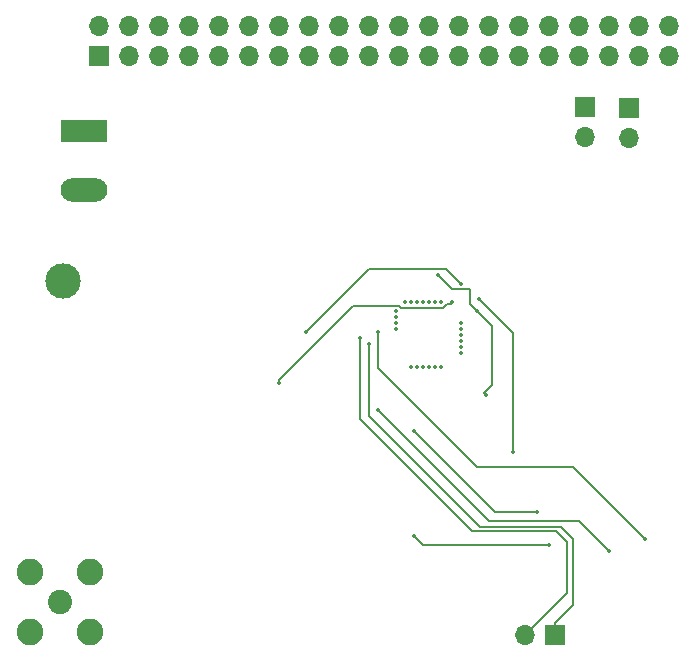
<source format=gbr>
G04 #@! TF.GenerationSoftware,KiCad,Pcbnew,(5.0.0)*
G04 #@! TF.CreationDate,2019-04-02T14:56:13-03:00*
G04 #@! TF.ProjectId,basic-hat,62617369632D6861742E6B696361645F,rev?*
G04 #@! TF.SameCoordinates,Original*
G04 #@! TF.FileFunction,Copper,L3,Inr,Signal*
G04 #@! TF.FilePolarity,Positive*
%FSLAX46Y46*%
G04 Gerber Fmt 4.6, Leading zero omitted, Abs format (unit mm)*
G04 Created by KiCad (PCBNEW (5.0.0)) date 04/02/19 14:56:13*
%MOMM*%
%LPD*%
G01*
G04 APERTURE LIST*
G04 #@! TA.AperFunction,ViaPad*
%ADD10C,2.050000*%
G04 #@! TD*
G04 #@! TA.AperFunction,ViaPad*
%ADD11C,2.250000*%
G04 #@! TD*
G04 #@! TA.AperFunction,ViaPad*
%ADD12O,1.700000X1.700000*%
G04 #@! TD*
G04 #@! TA.AperFunction,ViaPad*
%ADD13R,1.700000X1.700000*%
G04 #@! TD*
G04 #@! TA.AperFunction,ViaPad*
%ADD14R,3.960000X1.980000*%
G04 #@! TD*
G04 #@! TA.AperFunction,ViaPad*
%ADD15O,3.960000X1.980000*%
G04 #@! TD*
G04 #@! TA.AperFunction,ViaPad*
%ADD16C,3.000000*%
G04 #@! TD*
G04 #@! TA.AperFunction,ViaPad*
%ADD17C,0.350000*%
G04 #@! TD*
G04 #@! TA.AperFunction,Conductor*
%ADD18C,0.145000*%
G04 #@! TD*
G04 APERTURE END LIST*
D10*
G04 #@! TO.N,Net-(ANT1-Pad1)*
G04 #@! TO.C,J1*
X45212000Y-71882000D03*
D11*
G04 #@! TO.N,Ground (VSS_PA)*
X47752000Y-74422000D03*
X47752000Y-69342000D03*
X42672000Y-69342000D03*
X42672000Y-74422000D03*
G04 #@! TD*
D12*
G04 #@! TO.N,P0.09*
G04 #@! TO.C,J2*
X84582000Y-74676000D03*
D13*
G04 #@! TO.N,P0.10*
X87122000Y-74676000D03*
G04 #@! TD*
G04 #@! TO.N,Net-(J3-Pad1)*
G04 #@! TO.C,J3*
X93389001Y-30019001D03*
D12*
G04 #@! TO.N,P0.01*
X93389001Y-32559001D03*
G04 #@! TD*
D13*
G04 #@! TO.N,Net-(J4-Pad1)*
G04 #@! TO.C,J4*
X89662000Y-29972000D03*
D12*
G04 #@! TO.N,p0.00*
X89662000Y-32512000D03*
G04 #@! TD*
D13*
G04 #@! TO.N,Net-(J5-Pad1)*
G04 #@! TO.C,J5*
X48514000Y-25654000D03*
D12*
G04 #@! TO.N,VDDH*
X48514000Y-23114000D03*
G04 #@! TO.N,Net-(J5-Pad3)*
X51054000Y-25654000D03*
G04 #@! TO.N,Net-(J5-Pad4)*
X51054000Y-23114000D03*
G04 #@! TO.N,Net-(J5-Pad5)*
X53594000Y-25654000D03*
G04 #@! TO.N,Ground (VSS_PA)*
X53594000Y-23114000D03*
G04 #@! TO.N,Net-(J5-Pad7)*
X56134000Y-25654000D03*
G04 #@! TO.N,Net-(J4-Pad1)*
X56134000Y-23114000D03*
G04 #@! TO.N,Net-(J5-Pad9)*
X58674000Y-25654000D03*
G04 #@! TO.N,Net-(J3-Pad1)*
X58674000Y-23114000D03*
G04 #@! TO.N,Net-(J5-Pad11)*
X61214000Y-25654000D03*
G04 #@! TO.N,Net-(J5-Pad12)*
X61214000Y-23114000D03*
G04 #@! TO.N,Net-(J5-Pad13)*
X63754000Y-25654000D03*
G04 #@! TO.N,Net-(J5-Pad14)*
X63754000Y-23114000D03*
G04 #@! TO.N,Net-(J5-Pad15)*
X66294000Y-25654000D03*
G04 #@! TO.N,Net-(J5-Pad16)*
X66294000Y-23114000D03*
G04 #@! TO.N,Net-(J5-Pad17)*
X68834000Y-25654000D03*
G04 #@! TO.N,Net-(J5-Pad18)*
X68834000Y-23114000D03*
G04 #@! TO.N,Net-(J5-Pad19)*
X71374000Y-25654000D03*
G04 #@! TO.N,Net-(J5-Pad20)*
X71374000Y-23114000D03*
G04 #@! TO.N,Net-(J5-Pad21)*
X73914000Y-25654000D03*
G04 #@! TO.N,Net-(J5-Pad22)*
X73914000Y-23114000D03*
G04 #@! TO.N,Net-(J5-Pad23)*
X76454000Y-25654000D03*
G04 #@! TO.N,Net-(J5-Pad24)*
X76454000Y-23114000D03*
G04 #@! TO.N,Net-(J5-Pad25)*
X78994000Y-25654000D03*
G04 #@! TO.N,Net-(J5-Pad26)*
X78994000Y-23114000D03*
G04 #@! TO.N,Net-(J5-Pad27)*
X81534000Y-25654000D03*
G04 #@! TO.N,Net-(J5-Pad28)*
X81534000Y-23114000D03*
G04 #@! TO.N,Net-(J5-Pad29)*
X84074000Y-25654000D03*
G04 #@! TO.N,Net-(J5-Pad30)*
X84074000Y-23114000D03*
G04 #@! TO.N,Net-(J5-Pad31)*
X86614000Y-25654000D03*
G04 #@! TO.N,Net-(J5-Pad32)*
X86614000Y-23114000D03*
G04 #@! TO.N,Net-(J5-Pad33)*
X89154000Y-25654000D03*
G04 #@! TO.N,Net-(J5-Pad34)*
X89154000Y-23114000D03*
G04 #@! TO.N,Net-(J5-Pad35)*
X91694000Y-25654000D03*
G04 #@! TO.N,Net-(J5-Pad36)*
X91694000Y-23114000D03*
G04 #@! TO.N,Net-(J5-Pad37)*
X94234000Y-25654000D03*
G04 #@! TO.N,Net-(J5-Pad38)*
X94234000Y-23114000D03*
G04 #@! TO.N,Net-(J5-Pad39)*
X96774000Y-25654000D03*
G04 #@! TO.N,Net-(J5-Pad40)*
X96774000Y-23114000D03*
G04 #@! TD*
D14*
G04 #@! TO.N,+12V*
G04 #@! TO.C,J7*
X47244000Y-32004000D03*
D15*
G04 #@! TO.N,Ground (VSS_PA)*
X47244000Y-37004000D03*
G04 #@! TD*
D16*
G04 #@! TO.N,Net-(IC1-Pad7)*
G04 #@! TO.C,J8*
X45466000Y-44704000D03*
G04 #@! TD*
D17*
G04 #@! TO.N,VDDH*
X79204000Y-45002000D03*
X66040000Y-49022000D03*
G04 #@! TO.N,decusb3.3v*
X78454000Y-46526000D03*
X63754000Y-53340000D03*
G04 #@! TO.N,1.3vsup_decup(flash)(dec5)*
X72136000Y-49022000D03*
X94742000Y-66548000D03*
G04 #@! TO.N,XC2*
X85598000Y-64262000D03*
X75184000Y-57404000D03*
G04 #@! TO.N,XC1*
X75184000Y-66294000D03*
X86614000Y-67056000D03*
G04 #@! TO.N,P0.10*
X71374000Y-50038000D03*
G04 #@! TO.N,P0.09*
X70612000Y-49530000D03*
G04 #@! TO.N,P0.01*
X79204000Y-50776000D03*
G04 #@! TO.N,P0.18*
X76454000Y-46526000D03*
G04 #@! TO.N,DCCH*
X80684497Y-46225997D03*
X83566000Y-59182000D03*
G04 #@! TO.N,P1.01*
X73704000Y-47276000D03*
G04 #@! TO.N,P1.03*
X73704000Y-47776000D03*
G04 #@! TO.N,P1.05*
X73704000Y-48276000D03*
G04 #@! TO.N,P1.07*
X73704000Y-48776000D03*
G04 #@! TO.N,P1.08*
X79204000Y-48776000D03*
G04 #@! TO.N,P1.11*
X74954000Y-52026000D03*
G04 #@! TO.N,P1.12*
X75454000Y-52026000D03*
G04 #@! TO.N,P1.14*
X75954000Y-52026000D03*
G04 #@! TO.N,P0.03*
X76454000Y-52026000D03*
G04 #@! TO.N,P0.05*
X79204000Y-49776000D03*
G04 #@! TO.N,P0.07*
X79204000Y-49276000D03*
G04 #@! TO.N,P0.11*
X79204000Y-48276000D03*
G04 #@! TO.N,P0.14*
X77454000Y-46526000D03*
G04 #@! TO.N,P0.16*
X76954000Y-46526000D03*
G04 #@! TO.N,P0.19*
X75954000Y-46526000D03*
G04 #@! TO.N,P0.21*
X75454000Y-46526000D03*
G04 #@! TO.N,P0.23*
X74954000Y-46526000D03*
G04 #@! TO.N,P0.25*
X74454000Y-46526000D03*
G04 #@! TO.N,P0.28*
X76954000Y-52026000D03*
G04 #@! TO.N,P0.27*
X79204000Y-50276000D03*
G04 #@! TO.N,P0.30*
X77454000Y-52026000D03*
G04 #@! TO.N,psu_decup(dec3)*
X72136000Y-55626000D03*
X91694000Y-67564000D03*
G04 #@! TO.N,VDD(A22)*
X77216000Y-44196000D03*
X80518000Y-47244000D03*
X81280000Y-54356000D03*
G04 #@! TD*
D18*
G04 #@! TO.N,VDDH*
X79204000Y-45002000D02*
X77890000Y-43688000D01*
X77890000Y-43688000D02*
X71374000Y-43688000D01*
X71374000Y-43688000D02*
X66040000Y-49022000D01*
G04 #@! TO.N,decusb3.3v*
X73918801Y-46828499D02*
X70011501Y-46828499D01*
X74063803Y-46973501D02*
X73918801Y-46828499D01*
X77668801Y-46973501D02*
X74063803Y-46973501D01*
X77978000Y-46664302D02*
X77668801Y-46973501D01*
X70011501Y-46828499D02*
X63754000Y-53086000D01*
X63754000Y-53086000D02*
X63754000Y-53340000D01*
X78315698Y-46664302D02*
X78454000Y-46526000D01*
X77978000Y-46664302D02*
X78315698Y-46664302D01*
G04 #@! TO.N,1.3vsup_decup(flash)(dec5)*
X88646000Y-60452000D02*
X94742000Y-66548000D01*
X80518000Y-60452000D02*
X88646000Y-60452000D01*
X72136000Y-49022000D02*
X72136000Y-52070000D01*
X72136000Y-52070000D02*
X80518000Y-60452000D01*
G04 #@! TO.N,XC2*
X82042000Y-64262000D02*
X75333999Y-57553999D01*
X75333999Y-57553999D02*
X75184000Y-57404000D01*
X85598000Y-64262000D02*
X82042000Y-64262000D01*
G04 #@! TO.N,XC1*
X75184000Y-66294000D02*
X75946000Y-67056000D01*
X75946000Y-67056000D02*
X86614000Y-67056000D01*
G04 #@! TO.N,P0.10*
X71374000Y-50250132D02*
X71374000Y-50038000D01*
X71374000Y-56134000D02*
X71374000Y-50250132D01*
X87122000Y-73681000D02*
X88646000Y-72157000D01*
X87122000Y-74676000D02*
X87122000Y-73681000D01*
X88646000Y-72157000D02*
X88646000Y-66548000D01*
X88646000Y-66548000D02*
X87630000Y-65532000D01*
X87630000Y-65532000D02*
X80772000Y-65532000D01*
X80772000Y-65532000D02*
X71374000Y-56134000D01*
G04 #@! TO.N,P0.09*
X70612000Y-49742132D02*
X70612000Y-49530000D01*
X88138000Y-71120000D02*
X88138000Y-66802000D01*
X84582000Y-74676000D02*
X88138000Y-71120000D01*
X88138000Y-66802000D02*
X87213010Y-65877010D01*
X80101010Y-65877010D02*
X70612000Y-56388000D01*
X87213010Y-65877010D02*
X80101010Y-65877010D01*
X70612000Y-56388000D02*
X70612000Y-49742132D01*
G04 #@! TO.N,DCCH*
X83566000Y-49107500D02*
X83566000Y-58969868D01*
X83566000Y-58969868D02*
X83566000Y-59182000D01*
X80684497Y-46225997D02*
X83566000Y-49107500D01*
G04 #@! TO.N,psu_decup(dec3)*
X72136000Y-55626000D02*
X81534000Y-65024000D01*
X81534000Y-65024000D02*
X89154000Y-65024000D01*
X89154000Y-65024000D02*
X91694000Y-67564000D01*
G04 #@! TO.N,VDD(A22)*
X78444501Y-45424501D02*
X79968501Y-45424501D01*
X77216000Y-44196000D02*
X78444501Y-45424501D01*
X79968501Y-45424501D02*
X79968501Y-46694501D01*
X79968501Y-46694501D02*
X80518000Y-47244000D01*
X81130001Y-54206001D02*
X81280000Y-54356000D01*
X81788000Y-53548002D02*
X81130001Y-54206001D01*
X80518000Y-47244000D02*
X81788000Y-48514000D01*
X81788000Y-48514000D02*
X81788000Y-53548002D01*
G04 #@! TD*
M02*

</source>
